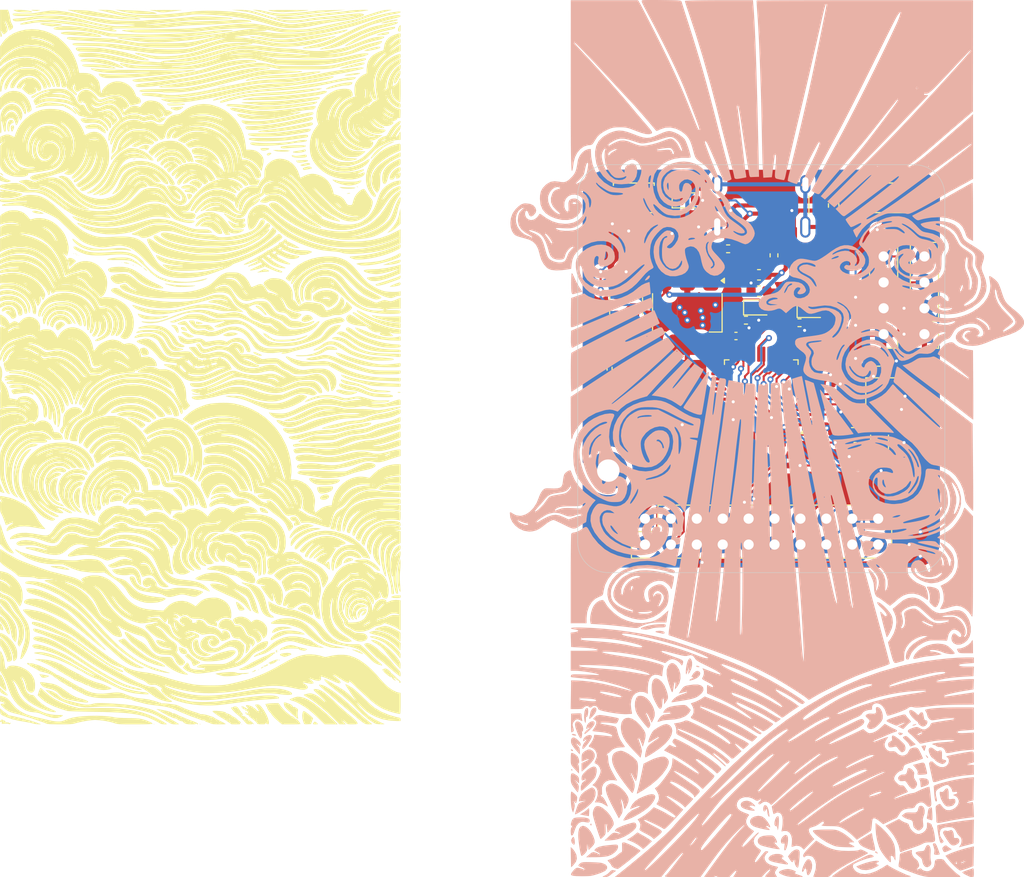
<source format=kicad_pcb>
(kicad_pcb (version 20241229) (generator "pcbnew") (generator_version "9.0")
  (layers (0 "F.Cu" signal) (2 "B.Cu" signal) (13 "F.Paste" user) (15 "B.Paste" user) (5 "F.SilkS" user "F.Silkscreen") (7 "B.SilkS" user "B.Silkscreen") (1 "F.Mask" user) (3 "B.Mask" user) (25 "Edge.Cuts" user))
  (net 0 "")
  (net 1 "/SCL")
  (net 2 "/SDA")
  (net 3 "+3V3")
  (net 4 "GND")
  (net 5 "/OSC_IN")
  (net 6 "/OSC_OUT")
  (net 7 "/PC14")
  (net 8 "/PC15")
  (net 9 "Net-(U1-NRST)")
  (net 10 "+5V")
  (net 11 "Net-(D1-A)")
  (net 12 "Net-(D1-K)")
  (net 13 "Net-(J1-SHIELD)")
  (net 14 "/DU+")
  (net 15 "Net-(J1-CC1)")
  (net 16 "Net-(J1-CC2)")
  (net 17 "/DU-")
  (net 18 "Net-(U1-BOOT0)")
  (net 19 "/D-")
  (net 20 "/D+")
  (net 22 "/A7")
  (net 24 "/A3")
  (net 25 "/B3")
  (net 26 "/B6")
  (net 27 "/B7")
  (net 29 "/B8")
  (net 30 "/A1")
  (net 31 "/A4")
  (net 32 "/A5")
  (net 34 "/B4")
  (net 35 "/A2")
  (net 36 "/B1")
  (net 37 "/B9")
  (net 38 "/B5")
  (net 39 "/A6")
  (net 40 "/B2")
  (net 41 "/Di-")
  (net 42 "/Di+")
  (net 43 "Net-(C4-Pad2)")
  (net 44 "Net-(D2-K)")
  (net 45 "Net-(D3-K)")
  (footprint "Package_QFP:LQFP-48_7x7mm_P0.5mm" (layer "F.Cu") (at 215 122.75 180)
    (property "Reference" "U1" (hide yes))
    (property "Value" "STM32F103C8Tx")
  )
  (footprint "MountingHole:MountingHole_2.2mm_M2_DIN965_Pad_TopBottom" (layer "F.Cu") (at 200 130)
    (property "Reference" "REF**" (hide yes))
    (property "Value" "MountingHole_2.2mm_M2_DIN965_Pad_TopBottom")
  )
  (footprint "Resistor_SMD:R_0402_1005Metric" (layer "F.Cu") (at 211.75 108.25)
    (property "Reference" "R9" (hide yes))
    (property "Value" "5.1k")
  )
  (footprint "LOGO" (layer "F.Cu") (at 160 119.846359)
    (property "Reference" "G***")
    (property "Value" "LOGO" (hide yes))
  )
  (footprint "Package_TO_SOT_SMD:SOT-23-6_Handsoldering" (layer "F.Cu") (at 201.75 113.75 -90)
    (property "Reference" "U3" (hide yes))
    (property "Value" "SRV05-4")
  )
  (footprint "Capacitor_SMD:C_0603_1608Metric" (layer "F.Cu") (at 214.775 112.4 180)
    (property "Reference" "C13" (hide yes))
    (property "Value" "22uF")
  )
  (footprint "Resistor_SMD:R_0402_1005Metric" (layer "F.Cu") (at 202.49 105.6)
    (property "Reference" "R1" (hide yes))
    (property "Value" "10K")
  )
  (footprint "Resistor_SMD:R_0402_1005Metric" (layer "F.Cu") (at 213.5 115.25)
    (property "Reference" "R11" (hide yes))
    (property "Value" "330")
  )
  (footprint "TS-1088-AR02016:SW_TS-1088-AR02016" (layer "F.Cu") (at 202.5 103.25 180)
    (property "Reference" "SW1" (hide yes))
    (property "Value" "BOOTSEL")
  )
  (footprint "Connector_USB:USB_C_Receptacle_GCT_USB4105-xx-A_16P_TopMnt_Horizontal" (layer "F.Cu") (at 215 103 180)
    (property "Reference" "J1" (hide yes))
    (property "Value" "USB_C_Receptacle_USB2.0_14P")
  )
  (footprint "Resistor_SMD:R_0402_1005Metric" (layer "F.Cu") (at 218.75 115.5)
    (property "Reference" "R4" (hide yes))
    (property "Value" "330")
  )
  (footprint "Capacitor_SMD:C_0402_1005Metric" (layer "F.Cu") (at 224 124.25 180)
    (property "Reference" "C1" (hide yes))
    (property "Value" "20pF")
  )
  (footprint "Resistor_SMD:R_0402_1005Metric" (layer "F.Cu") (at 200.75 120.009999 -90)
    (property "Reference" "R6" (hide yes))
    (property "Value" "20R")
  )
  (footprint "Resistor_SMD:R_0402_1005Metric" (layer "F.Cu") (at 202.75 120.009999 90)
    (property "Reference" "R5" (hide yes))
    (property "Value" "20R")
  )
  (footprint "Capacitor_SMD:C_0402_1005Metric" (layer "F.Cu") (at 220.75 126 -90)
    (property "Reference" "C9" (hide yes))
    (property "Value" "100nF")
  )
  (footprint "Capacitor_SMD:C_0603_1608Metric" (layer "F.Cu") (at 226.5 119.25 180)
    (property "Reference" "C5" (hide yes))
    (property "Value" "100nF")
  )
  (footprint "Capacitor_SMD:C_0402_1005Metric" (layer "F.Cu") (at 221.52 121.5)
    (property "Reference" "C6" (hide yes))
    (property "Value" "100nF")
  )
  (footprint "Capacitor_SMD:C_0402_1005Metric" (layer "F.Cu") (at 212.52 116.8)
    (property "Reference" "C8" (hide yes))
    (property "Value" "100nF")
  )
  (footprint "LED_SMD:LED_0603_1608Metric" (layer "F.Cu") (at 207.75 103.5)
    (property "Reference" "D2" (hide yes))
    (property "Value" "LED")
  )
  (footprint "LED_SMD:LED_0603_1608Metric" (layer "F.Cu") (at 220 114.25)
    (property "Reference" "D1" (hide yes))
    (property "Value" "LED")
  )
  (footprint "Capacitor_SMD:C_0402_1005Metric" (layer "F.Cu") (at 229.1 121.6 -90)
    (property "Reference" "C2" (hide yes))
    (property "Value" "20pF")
  )
  (footprint "Connector_PinHeader_2.54mm:PinHeader_1x04_P2.54mm_Vertical" (layer "F.Cu") (at 227 116.62 180)
    (property "Reference" "J2" (hide yes))
    (property "Value" "MLX90614")
  )
  (footprint "Crystal:Crystal_SMD_3225-4Pin_3.2x2.5mm" (layer "F.Cu") (at 226.9 122.9 -90)
    (property "Reference" "Y1" (hide yes))
    (property "Value" "8Mhz")
  )
  (footprint "TS-1088-AR02016:SW_TS-1088-AR02016" (layer "F.Cu") (at 227.5 103.25)
    (property "Reference" "SW2" (hide yes))
    (property "Value" "RST")
  )
  (footprint "Connector_PinHeader_2.54mm:PinHeader_1x04_P2.54mm_Vertical" (layer "F.Cu") (at 231 116.62 180)
    (property "Reference" "J3" (hide yes))
    (property "Value" "OLED")
  )
  (footprint "Resistor_SMD:R_0402_1005Metric" (layer "F.Cu") (at 224 125.4 180)
    (property "Reference" "R3" (hide yes))
    (property "Value" "0")
  )
  (footprint "Capacitor_SMD:C_0402_1005Metric" (layer "F.Cu") (at 208.75 125.5 180)
    (property "Reference" "C7" (hide yes))
    (property "Value" "100nF")
  )
  (footprint "Capacitor_SMD:C_0603_1608Metric" (layer "F.Cu") (at 214.775 110.8 180)
    (property "Reference" "C12" (hide yes))
    (property "Value" "22uF")
  )
  (footprint "Inductor_SMD:L_0603_1608Metric_Pad1.05x0.95mm_HandSolder" (layer "F.Cu") (at 222.1 104 90)
    (property "Reference" "FB1" (hide yes))
    (property "Value" "FerriteBead_Small")
  )
  (footprint "Capacitor_SMD:C_0402_1005Metric" (layer "F.Cu") (at 222.27 120)
    (property "Reference" "C10" (hide yes))
    (property "Value" "100nF")
  )
  (footprint "Capacitor_SMD:C_0402_1005Metric" (layer "F.Cu") (at 224.2 127.6 180)
    (property "Reference" "C3" (hide yes))
    (property "Value" "20pF")
  )
  (footprint "Package_TO_SOT_SMD:SOT-223-3_TabPin2" (layer "F.Cu") (at 207.75 114.5 -90)
    (property "Reference" "U2" (hide yes))
    (property "Value" "AMS1117-3.3")
  )
  (footprint "Resistor_SMD:R_0402_1005Metric" (layer "F.Cu") (at 216.25 108.89 90)
    (property "Reference" "R8" (hide yes))
    (property "Value" "5.1K")
  )
  (footprint "Capacitor_SMD:C_0402_1005Metric" (layer "F.Cu") (at 229 126 90)
    (property "Reference" "C4" (hide yes))
    (property "Value" "20pF")
  )
  (footprint "Resistor_SMD:R_0402_1005Metric" (layer "F.Cu") (at 206.25 105.5 -90)
    (property "Reference" "R10" (hide yes))
    (property "Value" "330")
  )
  (footprint "Resistor_SMD:R_0402_1005Metric" (layer "F.Cu") (at 199.5 120 -90)
    (property "Reference" "R7" (hide yes))
    (property "Value" "1.5K")
  )
  (footprint "Crystal:Crystal_SMD_3215-2Pin_3.2x1.5mm" (layer "F.Cu") (at 226.6 127.2 90)
    (property "Reference" "Y3" (hide yes))
    (property "Value" "Crystal")
  )
  (footprint "Connector_PinSocket_2.54mm:PinSocket_2x10_P2.54mm_Vertical" (layer "F.Cu") (at 203.6 134.71 90)
    (property "Reference" "J5" (hide yes))
    (property "Value" "Conn_02x10_Counter_Clockwise" (hide yes))
  )
  (footprint "Capacitor_SMD:C_0402_1005Metric" (layer "F.Cu") (at 217.75 129.02 -90)
    (property "Reference" "C11" (hide yes))
    (property "Value" "1uF")
  )
  (footprint "LED_SMD:LED_0603_1608Metric" (layer "F.Cu") (at 214.75 114)
    (property "Reference" "D3" (hide yes))
    (property "Value" "LED")
  )
  (footprint "LOGO" (layer "B.Cu") (at 216 127 180)
    (property "Reference" "G***" (hide yes))
    (property "Value" "LOGO" (hide yes))
  )
  (gr_line (start 233 137) (end 233 103) (stroke (width 0.05)) (layer "Edge.Cuts"))
  (gr_arc (start 233 137) (mid 232.12132 139.12132) (end 230 140) (stroke (width 0.05)) (layer "Edge.Cuts"))
  (gr_arc (start 200 140) (mid 197.87868 139.12132) (end 197 137) (stroke (width 0.05)) (layer "Edge.Cuts"))
  (gr_line (start 230 100) (end 200 100) (stroke (width 0.05)) (layer "Edge.Cuts"))
  (gr_line (start 197 103) (end 197 137) (stroke (width 0.05)) (layer "Edge.Cuts"))
  (gr_arc (start 197 103) (mid 197.87868 100.87868) (end 200 100) (stroke (width 0.05)) (layer "Edge.Cuts"))
  (gr_arc (start 230 100) (mid 232.12132 100.87868) (end 233 103) (stroke (width 0.05)) (layer "Edge.Cuts"))
  (gr_line (start 200 140) (end 230 140) (stroke (width 0.05)) (layer "Edge.Cuts"))
  (segment (start 213.750001 118.5875) (end 213.750001 120.392415) (width 0.2) (layer "F.Cu") (net 1))
  (segment (start 220.026176 111.54) (end 227 111.54) (width 0.2) (layer "F.Cu") (net 1))
  (segment (start 213.750001 120.392415) (end 213.4 120.742416) (width 0.2) (layer "F.Cu") (net 1))
  (segment (start 213.4 120.742416) (end 213.4 121.25) (width 0.2) (layer "F.Cu") (net 1))
  (segment (start 213.750001 117.816175) (end 220.026176 111.54) (width 0.2) (layer "F.Cu") (net 1))
  (segment (start 213.750001 118.5875) (end 213.750001 117.816175) (width 0.2) (layer "F.Cu") (net 1))
  (segment (start 231 111.54) (end 227 111.54) (width 0.2) (layer "F.Cu") (net 1))
  (via (at 213.4 121.25) (size 0.6) (drill 0.3) (layers "F.Cu" "B.Cu") (net 1))
  (segment (start 214.849 124.681673) (end 214.849 126.0503) (width 0.2) (layer "B.Cu") (net 1))
  (segment (start 213.4 123.232673) (end 214.849 124.681673) (width 0.2) (layer "B.Cu") (net 1))
  (segment (start 217.401 128.6023) (end 217.401 131.069) (width 0.2) (layer "B.Cu") (net 1))
  (segment (start 213.4 121.25) (end 213.4 123.232673) (width 0.2) (layer "B.Cu") (net 1))
  (segment (start 217.401 131.069) (end 213.76 134.71) (width 0.2) (layer "B.Cu") (net 1))
  (segment (start 214.849 126.0503) (end 217.401 128.6023) (width 0.2) (layer "B.Cu") (net 1))
  (segment (start 213.25 119.765615) (end 213.012715 120.0029) (width 0.2) (layer "F.Cu") (net 2))
  (segment (start 213.25 117.749076) (end 219.999076 111) (width 0.2) (layer "F.Cu") (net 2))
  (segment (start 226.25 109) (end 227 109) (width 0.2) (layer "F.Cu") (net 2))
  (segment (start 213.25 118.5875) (end 213.25 117.749076) (width 0.2) (layer "F.Cu") (net 2))
  (segment (start 219.999076 111) (end 224.25 111) (width 0.2) (layer "F.Cu") (net 2))
  (segment (start 224.25 111) (end 226.25 109) (width 0.2) (layer "F.Cu") (net 2))
  (segment (start 214.257815 132.757815) (end 215 133.5) (width 0.2) (layer "F.Cu") (net 2))
  (segment (start 227 109) (end 231 109) (width 0.2) (layer "F.Cu") (net 2))
  (segment (start 215 135.95) (end 216.3 137.25) (width 0.2) (layer "F.Cu") (net 2))
  (segment (start 213.25 118.5875) (end 213.25 119.765615) (width 0.2) (layer "F.Cu") (net 2))
  (segment (start 215 133.5) (end 215 135.95) (width 0.2) (layer "F.Cu") (net 2))
  (via (at 214.257815 132.757815) (size 0.6) (drill 0.3) (layers "F.Cu" "B.Cu") (net 2))
  (via (at 213.012715 120.0029) (size 0.6) (drill 0.3) (layers "F.Cu" "B.Cu") (net 2))
  (segment (start 212.999 121.999) (end 212.999 123.398773) (width 0.2) (layer "B.Cu") (net 2))
  (segment (start 214.257815 131.992185) (end 214.257815 132.757815) (width 0.2) (layer "B.Cu") (net 2))
  (segment (start 213.012715 120.0029) (end 213.012715 120.487285) (width 0.2) (layer "B.Cu") (net 2))
  (segment (start 217 128.7684) (end 217 129.25) (width 0.2) (layer "B.Cu") (net 2))
  (segment (start 212.999 123.398773) (end 214.425114 124.824887) (width 0.2) (layer "B.Cu") (net 2))
  (segment (start 212.799 121.799) (end 212.999 121.999) (width 0.2) (layer "B.Cu") (net 2))
  (segment (start 217 129.25) (end 214.257815 131.992185) (width 0.2) (layer "B.Cu") (net 2))
  (segment (start 214.425114 124.824887) (end 214.425114 126.193514) (width 0.2) (layer "B.Cu") (net 2))
  (segment (start 213.012715 120.487285) (end 212.799 120.701) (width 0.2) (layer "B.Cu") (net 2))
  (segment (start 212.799 120.701) (end 212.799 121.799) (width 0.2) (layer "B.Cu") (net 2))
  (segment (start 214.425114 126.193514) (end 217 128.7684) (width 0.2) (layer "B.Cu") (net 2))
  (segment (start 230.6 135.6) (end 226.75 131.75) (width 0.6) (layer "F.Cu") (net 3))
  (segment (start 207.5 114.5) (end 207 114) (width 0.6) (layer "F.Cu") (net 3))
  (segment (start 221.674943 125.825) (end 221.749943 125.75) (width 0.2) (layer "F.Cu") (net 3))
  (segment (start 207.75 117.65) (end 207.75 115.25) (width 0.6) (layer "F.Cu") (net 3))
  (segment (start 220.75 125.52) (end 219.1825 125.52) (width 0.2) (layer "F.Cu") (net 3))
  (segment (start 221.749943 125.75) (end 221.9158 125.75) (width 0.2) (layer "F.Cu") (net 3))
  (segment (start 221.425 125.825) (end 221.12 125.52) (width 0.2) (layer "F.Cu") (net 3))
  (segment (start 231 116.62) (end 229 116.62) (width 0.2) (layer "F.Cu") (net 3))
  (segment (start 209.25 114.75) (end 209.25 115) (width 0.6) (layer "F.Cu") (net 3))
  (segment (start 221.04 121.5) (end 221.79 120.75) (width 0.2) (layer "F.Cu") (net 3))
  (segment (start 211.026 113.224) (end 210.5 113.75) (width 0.2) (layer "F.Cu") (net 3))
  (segment (start 218.8375 128) (end 217.75 126.9125) (width 0.2) (layer "F.Cu") (net 3))
  (segment (start 226.75 131.75) (end 219.26 131.75) (width 0.6) (layer "F.Cu") (net 3))
  (segment (start 209.25 115) (end 209.25 115.25) (width 0.6) (layer "F.Cu") (net 3))
  (segment (start 221.9158 125.75) (end 223 126.8342) (width 0.2) (layer "F.Cu") (net 3))
  (segment (start 215.5375 114) (end 215.5375 112.4125) (width 0.2) (layer "F.Cu") (net 3))
  (segment (start 214.7615 113.224) (end 211.026 113.224) (width 0.2) (layer "F.Cu") (net 3))
  (segment (start 219.26 131.75) (end 216.3 134.71) (width 0.6) (layer "F.Cu") (net 3))
  (segment (start 207.75 113) (end 209.075 114.325) (width 0.6) (layer "F.Cu") (net 3))
  (segment (start 219.1825 125.52) (end 219.1625 125.5) (width 0.2) (layer "F.Cu") (net 3))
  (segment (start 222.46 128.54) (end 223 128) (width 0.2) (layer "F.Cu") (net 3))
  (segment (start 209.25 114.5) (end 209.25 114.75) (width 0.6) (layer "F.Cu") (net 3))
  (segment (start 221.12 125.52) (end 220.75 125.52) (width 0.2) (layer "F.Cu") (net 3))
  (segment (start 223 126.8342) (end 223 128) (width 0.2) (layer "F.Cu") (net 3))
  (segment (start 223 128) (end 218.8375 128) (width 0.2) (layer "F.Cu") (net 3))
  (segment (start 212.25 118.5875) (end 212.25 117.01) (width 0.2) (layer "F.Cu") (net 3))
  (segment (start 230.6 136) (end 230.6 135.6) (width 0.6) (layer "F.Cu") (net 3))
  (segment (start 217.75 128.54) (end 222.46 128.54) (width 0.2) (layer "F.Cu") (net 3))
  (segment (start 215.5375 114) (end 214.7615 113.224) (width 0.2) (layer "F.Cu") (net 3))
  (segment (start 207.75 114.75) (end 207.5 114.5) (width 0.6) (layer "F.Cu") (net 3))
  (segment (start 207.75 115.25) (end 207.75 114.75) (width 0.6) (layer "F.Cu") (net 3))
  (segment (start 212.25 118.5875) (end 211.1875 118.5875) (width 0.2) (layer "F.Cu") (net 3))
  (segment (start 210.8375 125.5) (end 209.23 125.5) (width 0.2) (layer "F.Cu") (net 3))
  (segment (start 229 116.62) (end 227 116.62) (width 0.2) (layer "F.Cu") (net 3))
  (segment (start 221.425 125.825) (end 221.674943 125.825) (width 0.2) (layer "F.Cu") (net 3))
  (segment (start 209.25 115.25) (end 209.25 115.75) (width 0.6) (layer "F.Cu") (net 3))
  (segment (start 217.75 126.9125) (end 217.75 128.54) (width 0.2) (layer "F.Cu") (net 3))
  (segment (start 215.5375 112.4125) (end 215.55 112.4) (width 0.2) (layer "F.Cu") (net 3))
  (segment (start 221.79 120.6) (end 221.79 120) (width 0.2) (layer "F.Cu") (net 3))
  (segment (start 221.04 121.5) (end 219.1625 121.500001) (width 0.2) (layer "F.Cu") (net 3))
  (segment (start 207.75 111.35) (end 207.75 113) (width 0.6) (layer "F.Cu") (net 3))
  (segment (start 221.79 120.75) (end 221.79 120.6) (width 0.2) (layer "F.Cu") (net 3))
  (segment (start 212.25 117.01) (end 212.04 116.8) (width 0.2) (layer "F.Cu") (net 3))
  (segment (start 209.075 114.325) (end 209.25 114.5) (width 0.6) (layer "F.Cu") (net 3))
  (via (at 207.75 115.25) (size 0.6) (drill 0.3) (layers "F.Cu" "B.Cu") (net 3))
  (via (at 207.5 114.5) (size 0.6) (drill 0.3) (layers "F.Cu" "B.Cu") (net 3))
  (via (at 209.25 115.75) (size 0.6) (drill 0.3) (layers "F.Cu" "B.Cu") (net 3))
  (via (at 209.075 114.325) (size 0.6) (drill 0.3) (layers "F.Cu" "B.Cu") (net 3))
  (via (at 230.6 136) (size 0.6) (drill 0.3) (layers "F.Cu" "B.Cu") (net 3))
  (via (at 221.425 125.825) (size 0.6) (drill 0.3) (layers "F.Cu" "B.Cu") (net 3))
  (via (at 221.79 120.6) (size 0.6) (drill 0.3) (layers "F.Cu" "B.Cu") (net 3))
  (via (at 230.6 138.4) (size 0.6) (drill 0.3) (layers "F.Cu" "B.Cu") (net 3))
  (via (at 229 116.62) (size 0.6) (drill 0.3) (layers "F.Cu" "B.Cu") (net 3))
  (via (at 209.2 139) (size 0.6) (drill 0.3) (layers "F.Cu" "B.Cu") (net 3))
  (via (at 207 114) (size 0.6) (drill 0.3) (layers "F.Cu" "B.Cu") (net 3))
  (via (at 210.5 113.75) (size 0.6) (drill 0.3) (layers "F.Cu" "B.Cu") (net 3))
  (via (at 209.25 115) (size 0.6) (drill 0.3) (layers "F.Cu" "B.Cu") (net 3))
  (segment (start 229.75 139.25) (end 230.6 138.4) (width 0.4) (layer "B.Cu") (net 3))
  (segment (start 209.45 139.25) (end 229.75 139.25) (width 0.4) (layer "B.Cu") (net 3))
  (segment (start 221.79 125.46) (end 221.79 120.6) (width 0.2) (layer "B.Cu") (net 3))
  (segment (start 221.425 125.825) (end 221.79 125.46) (width 0.2) (layer "B.Cu") (net 3))
  (segment (start 209.2 139) (end 209.45 139.25) (width 0.4) (layer "B.Cu") (net 3))
  (segment (start 221.52 127.25) (end 222.25 127.25) (width 0.2) (layer "F.Cu") (net 4))
  (segment (start 229.5 137.75) (end 229.5 137.25) (width 0.6) (layer "F.Cu") (net 4))
  (segment (start 218.8 129.4) (end 218.9 129.5) (width 0.2) (layer "F.Cu") (net 4))
  (segment (start 214.699 139.199) (end 228.051 139.199) (width 0.6) (layer "F.Cu") (net 4))
  (segment (start 222.225 103.25) (end 222.1 103.125) (width 0.4) (layer "F.Cu") (net 4))
  (segment (start 212.232744 119.825) (end 212.431744 119.626) (width 0.2) (layer "F.Cu") (net 4))
  (segment (start 227 114.08) (end 229 114.08) (width 0.2) (layer "F.Cu") (net 4))
  (segment (start 211.8 106.68) (end 211.8 104.7) (width 0.4) (layer "F.Cu") (net 4))
  (segment (start 220.75 126.48) (end 221.52 127.25) (width 0.2) (layer "F.Cu") (net 4))
  (segment (start 225 130) (end 226.75 130) (width 0.6) (layer "F.Cu") (net 4))
  (segment (start 213.75 111.35) (end 214 111.6) (width 0.4) (layer "F.Cu") (net 4))
  (segment (start 222 121.5) (end 222.75 121.5) (width 0.2) (layer "F.Cu") (net 4))
  (segment (start 217.5 104) (end 218 104.5) (width 0.4) (layer "F.Cu") (net 4))
  (segment (start 219.26 115.5) (end 219.26 116.24) (width 0.2) (layer "F.Cu") (net 4))
  (segment (start 212.75 117.05) (end 213 116.8) (width 0.2) (layer "F.Cu") (net 4))
  (segment (start 213.76 138.26) (end 214.699 139.199) (width 0.6) (layer "F.Cu") (net 4))
  (segment (start 208.27 125.5) (end 207.25 125.5) (width 0.2) (layer "F.Cu") (net 4))
  (segment (start 229 114.08) (end 231 114.08) (width 0.2) (layer "F.Cu") (net 4))
  (segment (start 218.7 104.5) (end 220.725 104.5) (width 0.4) (layer "F.Cu") (net 4))
  (segment (start 214 112.4) (end 214 111.6) (width 0.4) (layer "F.Cu") (net 4))
  (segment (start 222.75 129.5) (end 223.625 128.625) (width 0.2) (layer "F.Cu") (net 4))
  (segment (start 223.625 128.625) (end 225 130) (width 0.6) (layer "F.Cu") (net 4))
  (segment (start 211.589 106.891) (end 211.589 107.901) (width 0.4) (layer "F.Cu") (net 4))
  (segment (start 223.52 124.25) (end 223 124.25) (width 0.2) (layer "F.Cu") (net 4))
  (segment (start 218.2 106.68) (end 218.2 105) (width 0.4) (layer "F.Cu") (net 4))
  (segment (start 214.01 115.25) (end 214.75 115.25) (width 0.2) (layer "F.Cu") (net 4))
  (segment (start 212.701 119.407824) (end 212.701 119.356744) (width 0.2) (layer "F.Cu") (net 4))
  (segment (start 227.75 124) (end 228.75 124) (width 0.2) (layer "F.Cu") (net 4))
  (segment (start 201.98 106.48) (end 202 106.5) (width 0.2) (layer "F.Cu") (net 4))
  (segment (start 212.75 118.5875) (end 212.75 117.05) (width 0.2) (layer "F.Cu") (net 4))
  (segment (start 212.482824 119.626) (end 212.701 119.407824) (width 0.2) (layer "F.Cu") (net 4))
  (segment (start 218.9 129.5) (end 222.75 129.5) (width 0.2) (layer "F.Cu") (net 4))
  (segment (start 223.72 128.53) (end 223.625 128.625) (width 0.2) (layer "F.Cu") (net 4))
  (segment (start 229 126.48) (end 229 127.25) (width 0.2) (layer "F.Cu") (net 4))
  (segment (start 219.26 116.24) (end 219.25 116.25) (width 0.2) (layer "F.Cu") (net 4))
  (segment (start 228.051 139.199) (end 229.5 137.75) (width 0.6) (layer "F.Cu") (net 4))
  (segment (start 212.701 119.356744) (end 212.75 119.307744) (width 0.2) (layer "F.Cu") (net 4))
  (segment (start 206.25 106.01) (end 206.25 106.75) (width 0.2) (layer "F.Cu") (net 4))
  (segment (start 213.76 137.25) (end 213.76 138.26) (width 0.6) (layer "F.Cu") (net 4))
  (segment (start 211.8 106.68) (end 211.589 106.891) (width 0.4) (layer "F.Cu") (net 4))
  (segment (start 226.05 121.8) (end 226.05 120.8) (width 0.2) (layer "F.Cu") (net 4))
  (segment (start 218.8 129.5) (end 218.8 129.4) (width 0.2) (layer "F.Cu") (net 4))
  (segment (start 218.141176 125.75) (end 218.871176 126.48) (width 0.2) (layer "F.Cu") (net 4))
  (segment (start 216.25 109.4) (end 215.4 109.4) (width 0.2) (layer "F.Cu") (net 4))
  (segment (start 213.8 116) (end 213 116.8) (width 0.4) (layer "F.Cu") (net 4))
  (segment (start 212 104.5) (end 212.5 104) (width 0.4) (layer "F.Cu") (net 4))
  (segment (start 225.425 103.25) (end 222.225 103.25) (width 0.4) (layer "F.Cu") (net 4))
  (segment (start 219.1625 122) (end 217.75 122) (width 0.2) (layer "F.Cu") (net 4))
  (segment (start 218.871176 126.48) (end 220.75 126.48) (width 0.2) (layer "F.Cu") (net 4))
  (segment (start 217.25 126.9125) (end 217.25 125.75) (width 0.2) (layer "F.Cu") (net 4))
  (segment (start 218.2 104.7) (end 218 104.5) (width 0.4) (layer "F.Cu") (net 4))
  (segment (start 213.45 111.35) (end 213.75 111.35) (width 0.4) (layer "F.Cu") (net 4))
  (segment (start 226.05 120.8) (end 226 120.75) (width 0.2) (layer "F.Cu") (net 4))
  (segment (start 223.72 127.6) (end 223.72 128.53) (width 0.2) (layer "F.Cu") (net 4))
  (segment (start 212.431744 119.626) (end 212.482824 119.626) (width 0.2) (layer "F.Cu") (net 4))
  (segment (start 201.98 105.6) (end 201.98 106.48) (width 0.2) (layer "F.Cu") (net 4))
  (segment (start 223 124.25) (end 222.8 124.25) (width 0.2) (layer "F.Cu") (net 4))
  (segment (start 218.8 129.5) (end 217.75 129.5) (width 0.2) (layer "F.Cu") (net 4))
  (segment (start 210.8375 125) (end 212.25 125) (width 0.2) (layer "F.Cu") (net 4))
  (segment (start 210.05 111.35) (end 213.45 111.35) (width 0.4) (layer "F.Cu") (net 4))
  (segment (start 212.5 104) (end 217.5 104) (width 0.4) (layer "F.Cu") (net 4))
  (segment (start 217.25 125.75) (end 218.141176 125.75) (width 0.2) (layer "F.Cu") (net 4))
  (segment (start 212.75 119.307744) (end 212.75 118.5875) (width 0.2) (layer "F.Cu") (net 4))
  (segment (start 211.8 104.7) (end 212 104.5) (width 0.4) (layer "F.Cu") (net 4))
  (segment (start 218.2 105) (end 218.7 104.5) (width 0.4) (layer "F.Cu") (net 4))
  (segment (start 201.75 112.4) (end 201.75 110.5) (width 0.2) (layer "F.Cu") (net 4))
  (segment (start 215.4 109.4) (end 214 110.8) (width 0.2) (layer "F.Cu") (net 4))
  (segment (start 214 111.6) (end 214 110.8) (width 0.4) (layer "F.Cu") (net 4))
  (segment (start 227.275 119.25) (end 228.25 119.25) (width 0.2) (layer "F.Cu") (net 4))
  (segment (start 222.75 120) (end 222.75 121.5) (width 0.6) (layer "F.Cu") (net 4))
  (segment (start 220.725 104.5) (end 222.1 103.125) (width 0.4) (layer "F.Cu") (net 4))
  (segment (start 229.1 122.08) (end 229.1 122.7) (width 0.2) (layer "F.Cu") (net 4))
  (segment (start 218.2 105) (end 218.2 104.7) (width 0.4) (layer "F.Cu") (net 4))
  (segment (start 222.8 124.25) (end 222.75 124.25) (width 0.2) (layer "F.Cu") (net 4))
  (segment (start 211.589 107.901) (end 211.24 108.25) (width 0.4) (layer "F.Cu") (net 4))
  (segment (start 213.45 111.35) (end 214 110.8) (width 0.4) (layer "F.Cu") (net 4))
  (via (at 214.75 115.25) (size 0.6) (drill 0.3) (layers "F.Cu" "B.Cu") (net 4))
  (via (at 217.25 125.75) (size 0.6) (drill 0.3) (layers "F.Cu" "B.Cu") (net 4))
  (via (at 219.25 116.25) (size 0.6) (drill 0.3) (layers "F.Cu" "B.Cu") (net 4))
  (via (at 212.232744 119.825) (size 0.6) (drill 0.3) (layers "F.Cu" "B.Cu") (net 4))
  (via (at 212.25 125) (size 0.6) (drill 0.3) (layers "F.Cu" "B.Cu") (net 4))
  (via (at 229.1 122.7) (size 0.6) (drill 0.3) (layers "F.Cu" "B.Cu") (net 4))
  (via (at 202 106.5) (size 0.6) (drill 0.3) (layers "F.Cu" "B.Cu") (net 4))
  (via (at 226.75 130) (size 0.6) (drill 0.3) (layers "F.Cu" "B.Cu") (net 4))
  (via (at 222.75 121.5) (size 0.6) (drill 0.3) (layers "F.Cu" "B.Cu") (net 4))
  (via (at 222.25 127.25) (size 0.6) (drill 0.3) (layers "F.Cu" "B.Cu") (net 4))
  (via (at 222.8 124.25) (size 0.6) (drill 0.3) (layers "F.Cu" "B.Cu") (net 4))
  (via (at 226 120.75) (size 0.6) (drill 0.3) (layers "F.Cu" "B.Cu") (net 4))
  (via (at 212 104.5) (size 0.6) (drill 0.3) (layers "F.Cu" "B.Cu") (net 4))
  (via (at 223.625 128.625) (size 0.6) (drill 0.3) (layers "F.Cu" "B.Cu") (net 4))
  (via (at 206.25 106.75) (size 0.6) (drill 0.3) (layers "F.Cu" "B.Cu") (net 4))
  (via (at 213.8 116) (size 0.6) (drill 0.3) (layers "F.Cu" "B.Cu") (net 4))
  (via (at 214 111.6) (size 0.6) (drill 0.3) (layers "F.Cu" "B.Cu") (net 4))
  (via (at 218 104.5) (size 0.6) (drill 0.3) (layers "F.Cu" "B.Cu") (net 4))
  (via (at 201.75 110.5) (size 0.6) (drill 0.3) (layers "F.Cu" "B.Cu") (net 4))
  (via (at 228.25 119.25) (size 0.6) (drill 0.3) (layers "F.Cu" "B.Cu") (net 4))
  (via (at 207.25 125.5) (size 0.6) (drill 0.3) (layers "F.Cu" "B.Cu") (net 4))
  (via (at 217.75 122) (size 0.6) (drill 0.3) (layers "F.Cu" "B.Cu") (net 4))
  (via (at 218.8 129.5) (size 0.6) (drill 0.3) (layers "F.Cu" "B.Cu") (net 4))
  (via (at 229 114.08) (size 0.6) (drill 0.3) (layers "F.Cu" "B.Cu") (net 4))
  (via (at 229.5 137.25) (size 0.6) (drill 0.3) (layers "F.Cu" "B.Cu") (net 4))
  (via (at 228.75 124) (size 0.6) (drill 0.3) (layers "F.Cu" "B.Cu") (net 4))
  (via (at 229 127.25) (size 0.6) (drill 0.3) (layers "F.Cu" "B.Cu") (net 4))
  (segment (start 223.625 128.625) (end 222.25 127.25) (width 0.2) (layer "B.Cu") (net 4))
  (segment (start 228.2 133.8) (end 228.2 131.45) (width 0.6) (layer "B.Cu") (net 4))
  (segment (start 229.5 135.1) (end 228.2 133.8) (width 0.6) (layer "B.Cu") (net 4))
  (segment (start 228.2 131.45) (end 226.75 130) (width 0.6) (layer "B.Cu") (net 4))
  (segment (start 229.5 137.25) (end 229.5 135.1) (width 0.6) (layer "B.Cu") (net 4))
  (segment (start 225.55 123.5) (end 219.1625 123.5) (width 0.2) (layer "F.Cu") (net 5))
  (segment (start 226.05 124) (end 225.55 123.5) (width 0.2) (layer "F.Cu") (net 5))
  (segment (start 224.73 124) (end 224.48 124.25) (width 0.2) (layer "F.Cu") (net 5))
  (segment (start 226.05 124) (end 224.73 124) (width 0.2) (layer "F.Cu") (net 5))
  (segment (start 229.1 121.12) (end 228.43 121.12) (width 0.2) (layer "F.Cu") (net 6))
  (segment (start 227.75 121.8) (end 227.75 122.126) (width 0.2) (layer "F.Cu") (net 6))
  (segment (start 228.43 121.12) (end 227.75 121.8) (width 0.2) (layer "F.Cu") (net 6))
  (segment (start 227.75 122.126) (end 226.876 123) (width 0.2) (layer "F.Cu") (net 6))
  (segment (start 226.876 123) (end 219.1625 123) (width 0.2) (layer "F.Cu") (net 6))
  (segment (start 221.58 124.5) (end 224.68 127.6) (width 0.2) (layer "F.Cu") (net 7))
  (segment (start 221.2 124.5) (end 219.1625 124.5) (width 0.2) (layer "F.Cu") (net 7))
  (segment (start 221.2329 124.5) (end 221.2 124.5) (width 0.2) (layer "F.Cu") (net 7))
  (segment (start 225.75 127.6) (end 224.68 127.6) (width 0.2) (layer "F.Cu") (net 7))
  (segment (start 221.2 124.5) (end 221.58 124.5) (width 0.2) (layer "F.Cu") (net 7))
  (segment (start 226.6 128.45) (end 225.75 127.6) (width 0.2) (layer "F.Cu") (net 7))
  (segment (start 221.700056 123.999999) (end 223.100057 125.4) (width 0.2) (layer "F.Cu") (net 8))
  (segment (start 219.1625 123.999999) (end 221.700056 123.999999) (width 0.2) (layer "F.Cu") (net 8))
  (segment (start 223.100057 125.4) (end 223.49 125.4) (width 0.2) (layer "F.Cu") (net 8))
  (segment (start 223.25 122.5) (end 224.25 121.5) (width 0.2) (layer "F.Cu") (net 9))
  (segment (start 229.5 103.25) (end 229.575 103.25) (width 0.2) (layer "F.Cu") (net 9))
  (segment (start 226.375 106.375) (end 229.5 103.25) (width 0.2) (layer "F.Cu") (net 9))
  (segment (start 224.25 120.5) (end 224.25 119) (width 0.2) (layer "F.Cu") (net 9))
  (segment (start 224.25 121.5) (end 224.25 120.5) (width 0.2) (layer "F.Cu") (net 9))
  (segment (start 225.5 119.25) (end 224.25 120.5) (width 0.2) (layer "F.Cu") (net 9))
  (segment (start 225.725 119.25) (end 225.5 119.25) (width 0.2) (layer "F.Cu") (net 9))
  (segment (start 224.25 115.75) (end 224.25 113) (width 0.2) (layer "F.Cu") (net 9))
  (segment (start 219.1625 122.5) (end 223.25 122.5) (width 0.2) (layer "F.Cu") (net 9))
  (via (at 224.25 119) (size 0.6) (drill 0.3) (layers "F.Cu" "B.Cu") (net 9))
  (via (at 226.375 106.375) (size 0.6) (drill 0.3) (layers "F.Cu" "B.Cu") (net 9))
  (via (at 224.25 115.75) (size 0.6) (drill 0.3) (layers "F.Cu" "B.Cu") (net 9))
  (via (at 224.25 113) (size 0.6) (drill 0.3) (layers "F.Cu" "B.Cu") (net 9))
  (segment (start 226.375 106.375) (end 224.25 108.5) (width 0.2) (layer "B.Cu") (net 9))
  (segment (start 224.25 119) (end 224.25 115.75) (width 0.2) (layer "B.Cu") (net 9))
  (segment (start 224.25 108.5) (end 224.25 113) (width 0.2) (layer "B.Cu") (net 9))
  (segment (start 217.4 106.68) (end 217.4 106.079756) (width 0.4) (layer "F.Cu") (net 10))
  (segment (start 213.879756 104.8) (end 212.6 106.079756) (width 0.4) (layer "F.Cu") (net 10))
  (segment (start 217 110.6) (end 217.4 110.2) (width 0.4) (layer "F.Cu") (net 10))
  (segment (start 204.4 113.7) (end 205.45 112.65) (width 0.2) (layer "F.Cu") (net 10))
  (segment (start 201.75 115.1) (end 201.75 114.15) (width 0.2) (layer "F.Cu") (net 10))
  (segment (start 216.8 110.8) (end 215.55 110.8) (width 0.4) (layer "F.Cu") (net 10))
  (segment (start 217.4 106.079756) (end 216.120244 104.8) (width 0.4) (layer "F.Cu") (net 10))
  (segment (start 201.75 114.15) (end 202.2 113.7) (width 0.2) (layer "F.Cu") (net 10))
  (segment (start 216.120244 104.8) (end 213.879756 104.8) (width 0.4) (layer "F.Cu") (net 10))
  (segment (start 212.6 106.079756) (end 212.6 106.68) (width 0.4) (layer "F.Cu") (net 10))
  (segment (start 206 112.75) (end 205.45 112.2) (width 0.4) (layer "F.Cu") (net 10))
  (segment (start 202.2 113.7) (end 204.4 113.7) (width 0.2) (layer "F.Cu") (net 10))
  (segment (start 205.45 112.2) (end 205.45 111.35) (width 0.4) (layer "F.Cu") (net 10))
  (segment (start 205.45 112.65) (end 205.45 111.35) (width 0.2) (layer "F.Cu") (net 10))
  (segment (start 217 110.6) (end 216.8 110.8) (width 0.4) (layer "F.Cu") (net 10))
  (segment (start 217.4 110.2) (end 217.4 106.68) (width 0.4) (layer "F.Cu") (net 10))
  (segment (start 208.5375 103.5) (end 209.25 103.5) (width 0.2) (layer "F.Cu") (net 10))
  (via (at 209.25 103.5) (size 0.6) (drill 0.3) (layers "F.Cu" "B.Cu") (net 10))
  (via (at 217 110.6) (size 0.6) (drill 0.3) (layers "F.Cu" "B.Cu") (net 10))
  (via (at 213.879756 104.8) (size 0.6) (drill 0.3) (layers "F.Cu" "B.Cu") (net 10))
  (via (at 206 112.75) (size 0.6) (drill 0.3) (layers "F.Cu" "B.Cu") (net 10))
  (segment (start 213.8 104.8) (end 213.879756 104.8) (width 0.2) (layer "B.Cu") (net 10))
  (segment (start 206 112.75) (end 214.85 112.75) (width 0.4) (layer "B.Cu") (net 10))
  (segment (start 214.85 112.75) (end 217 110.6) (width 0.4) (layer "B.Cu") (net 10))
  (segment (start 212.5 103.5) (end 213.8 104.8) (width 0.2) (layer "B.Cu") (net 10))
  (segment (start 209.25 103.5) (end 212.5 103.5) (width 0.2) (layer "B.Cu") (net 10))
  (segment (start 220.7875 114.25) (end 220.7875 120.4625) (width 0.2) (layer "F.Cu") (net 11))
  (segment (start 220.25 121) (end 219.1625 121) (width 0.2) (layer "F.Cu") (net 11))
  (segment (start 220.7875 120.4625) (end 220.25 121) (width 0.2) (layer "F.Cu") (net 11))
  (segment (start 218.24 115.2225) (end 219.2125 114.25) (width 0.2) (layer "F.Cu") (net 12))
  (segment (start 218.24 115.5) (end 218.24 115.2225) (width 0.2) (layer "F.Cu") (net 12))
  (segment (start 219.32 106.105) (end 220.87 106.105) (width 0.4) (layer "F.Cu") (net 13))
  (segment (start 208.855 106.105) (end 210.68 106.105) (width 0.4) (layer "F.Cu") (net 13))
  (segment (start 220.87 106.105) (end 222.1 104.875) (width 0.4) (layer "F.Cu") (net 13))
  (via (at 208.855 106.105) (size 0.6) (drill 0.3) (layers "F.Cu" "B.Cu") (net 13))
  (segment (start 208.855 106.105) (end 207.75 105) (width 0.4) (layer "B.Cu") (net 13))
  (segment (start 209.075 101.925) (end 210.68 101.925) (width 0.4) (layer "B.Cu") (net 13))
  (segment (start 219.32 101.925) (end 210.68 101.925) (width 0.4) (layer "B.Cu") (net 13))
  (segment (start 219.32 106.105) (end 219.32 101.925) (width 0.4) (layer "B.Cu") (net 13))
  (segment (start 207.75 105) (end 207.75 103.25) (width 0.4) (layer "B.Cu") (net 13))
  (segment (start 207.75 103.25) (end 209.075 101.925) (width 0.4) (layer "B.Cu") (net 13))
  (segment (start 201.149 110.050997) (end 202.024997 109.175) (width 0.2) (layer "F.Cu") (net 14))
  (segment (start 214.25 107.542501) (end 214.25 106.68) (width 0.2) (layer "F.Cu") (net 14))
  (segment (start 214.517176 105.804) (end 214.982824 105.804) (width 0.2) (layer "F.Cu") (net 14))
  (segment (start 200.8 112.4) (end 200.8 111.229999) (width 0.2) (layer "F.Cu") (net 14))
  (segment (start 214.982824 105.804) (end 215.25 106.071176) (width 0.2) (layer "F.Cu") (net 14))
  (segment (start 213.506802 109.175) (end 214.275 108.406802) (width 0.2) (layer "F.Cu") (net 14))
  (segment (start 214.275 107.567501) (end 214.25 107.542501) (width 0.2) (layer "F.Cu") (net 14))
  (segment (start 214.275 108.406802) (end 214.275 107.567501) (width 0.2) (layer "F.Cu") (net 14))
  (segment (start 215.25 106.071176) (end 215.25 106.68) (width 0.2) (layer "F.Cu") (net 14))
  (segment (start 202.024997 109.175) (end 213.506802 109.175) (width 0.2) (layer "F.Cu") (net 14))
  (segment (start 200.8 111.229999) (end 201.149 110.880999) (width 0.2) (layer "F.Cu") (net 14))
  (segment (start 214.25 106.071176) (end 214.517176 105.804) (width 0.2) (layer "F.Cu") (net 14))
  (segment (start 214.25 106.68) (end 214.25 106.071176) (width 0.2) (layer "F.Cu") (net 14))
  (segment (start 201.149 110.880999) (end 201.149 110.050997) (width 0.2) (layer "F.Cu") (net 14))
  (segment (start 216.25 106.68) (end 216.25 108.38) (width 0.2) (layer "F.Cu") (net 15))
  (segment (start 213.25 106.68) (end 213.25 107.26) (width 0.2) (layer "F.Cu") (net 16))
  (segment (start 213.25 107.26) (end 212.26 108.25) (width 0.2) (layer "F.Cu") (net 16))
  (segment (start 214.75 107.542501) (end 214.75 106.68) (width 0.2) (layer "F.Cu") (net 17))
  (segment (start 202.7 112.4) (end 202.7 111.6874) (width 0.2) (layer "F.Cu") (net 17))
  (segment (start 203.976997 109.625) (end 206.578309 109.625) (width 0.2) (layer "F.Cu") (net 17))
  (segment (start 215.75 106.68) (end 215.75 107.288824) (width 0.2) (layer "F.Cu") (net 17))
  (segment (start 206.578309 109.625) (end 213.693198 109.625) (width 0.2) (layer "F.Cu") (net 17))
  (segment (start 215.482824 107.556) (end 215.017176 107.556) (width 0.2) (layer "F.Cu") (net 17))
  (segment (start 202.351 110.880999) (end 202.351 110.050997) (width 0.2) (layer "F.Cu") (net 17))
  (segment (start 214.75 107.288824) (end 214.75 106.68) (width 0.2) (layer "F.Cu") (net 17))
  (segment (start 203.856997 109.625) (end 203.976997 109.625) (width 0.2) (layer "F.Cu") (net 17))
  (segment (start 214.725 107.567501) (end 214.75 107.542501) (width 0.2) (layer "F.Cu") (net 17))
  (segment (start 202.351 110.050997) (end 202.776997 109.625) (width 0.2) (layer "F.Cu") (net 17))
  (segment (start 202.7 111.229999) (end 202.351 110.880999) (width 0.2) (layer "F.Cu") (net 17))
  (segment (start 203.256997 110.152415) (end 203.376997 110.152415) (width 0.2) (layer "F.Cu") (net 17))
  (segment (start 215.017176 107.556) (end 214.75 107.288824) (width 0.2) (layer "F.Cu") (net 17))
  (segment (start 203.616997 109.912415) (end 203.616997 109.865) (width 0.2) (layer "F.Cu") (net 17))
  (segment (start 214.725 108.593198) (end 214.725 107.567501) (width 0.2) (layer "F.Cu") (net 17))
  (segment (start 203.016997 109.865) (end 203.016997 109.912415) (width 0.2) (layer "F.Cu") (net 17))
  (segment (start 202.7 111.6874) (end 202.7 111.229999) (width 0.2) (layer "F.Cu") (net 17))
  (segment (start 215.75 107.288824) (end 215.482824 107.556) (width 0.2) (layer "F.Cu") (net 17))
  (segment (start 213.693198 109.625) (end 214.725 108.593198) (width 0.2) (layer "F.Cu") (net 17))
  (arc (start 202.776997 109.625) (mid 202.946703 109.695294) (end 203.016997 109.865) (width 0.2) (layer "F.Cu") (net 17))
  (arc (start 203.376997 110.152415) (mid 203.546703 110.082121) (end 203.616997 109.912415) (width 0.2) (layer "F.Cu") (net 17))
  (arc (start 203.616997 109.865) (mid 203.687291 109.695294) (end 203.856997 109.625) (width 0.2) (layer "F.Cu") (net 17))
  (arc (start 203.016997 109.912415) (mid 203.087291 110.082121) (end 203.256997 110.152415) (width 0.2) (layer "F.Cu") (net 17))
  (segment (start 215.701 126.701) (end 215.701 126.092176) (width 0.2) (layer "F.Cu") (net 18))
  (segment (start 199.25 112.25) (end 199.25 110.5) (width 0.2) (layer "F.Cu") (net 18))
  (segment (start 213.308824 123.7) (end 212.7 123.7) (width 0.2) (layer "F.Cu") (net 18))
  (segment (start 215.75 126.9125) (end 215.75 126.75) (width 0.2) (layer "F.Cu") (net 18))
  (segment (start 215.75 126.75) (end 215.701 126.701) (width 0.2) (layer "F.Cu") (net 18))
  (segment (start 200.425 105.775) (end 200.4 105.8) (width 0.2) (layer "F.Cu") (net 18))
  (segment (start 200.65 103.25) (end 203 105.6) (width 0.2) (layer "F.Cu") (net 18))
  (segment (start 212.7 123.7) (end 212.25 123.25) (width 0.2) (layer "F.Cu") (net 18))
  (segment (start 215.701 126.092176) (end 213.308824 123.7) (width 0.2) (layer "F.Cu") (net 18))
  (segment (start 200.425 103.25) (end 200.65 103.25) (width 0.2) (layer "F.Cu") (net 18))
  (segment (start 200.425 103.25) (end 200.425 105.775) (width 0.2) (layer "F.Cu") (net 18))
  (via (at 200.4 105.8) (size 0.6) (drill 0.3) (layers "F.Cu" "B.Cu") (net 18))
  (via (at 199.25 110.5) (size 0.6) (drill 0.3) (layers "F.Cu" "B.Cu") (net 18))
  (via (at 212.25 123.25) (size 0.6) (drill 0.3) (layers "F.Cu" "B.Cu") (net 18))
  (via (at 199.25 112.25) (size 0.6) (drill 0.3) (layers "F.Cu" "B.Cu") (net 18))
  (segment (start 200.4 105.8) (end 200.4 109.35) (width 0.2) (layer "B.Cu") (net 18))
  (segment (start 200.4 109.35) (end 199.25 110.5) (width 0.2) (layer "B.Cu") (net 18))
  (segment (start 199.25 113) (end 199.25 112.25) (width 0.2) (layer "B.Cu") (net 18))
  (segment (start 200 113.75) (end 199.25 113) (width 0.2) (layer "B.Cu") (net 18))
  (segment (start 202.75 113.75) (end 200 113.75) (width 0.2) (layer "B.Cu") (net 18))
  (segment (start 212.25 123.25) (end 202.75 113.75) (width 0.2) (layer "B.Cu") (net 18))
  (segment (start 201.975 116.995001) (end 202.7 116.270001) (width 0.2) (layer "F.Cu") (net 19))
  (segment (start 202.75 119.019999) (end 201.975 118.244999) (width 0.2) (layer "F.Cu") (net 19))
  (segment (start 201.975 118.244999) (end 201.975 116.995001) (width 0.2) (layer "F.Cu") (net 19))
  (segment (start 202.75 119.5) (end 202.75 119.019999) (width 0.2) (layer "F.Cu") (net 19))
  (segment (start 202.7 116.270001) (end 202.7 115.1) (width 0.2) (layer "F.Cu") (net 19))
  (segment (start 200.75 119.5) (end 200.75 119.019999) (width 0.2) (layer "F.Cu") (net 20))
  (segment (start 201.525 116.995001) (end 200.8 116.270001) (width 0.2) (layer "F.Cu") (net 20))
  (segment (start 200.75 119.019999) (end 201.525 118.244999) (width 0.2) (layer "F.Cu") (net 20))
  (segment (start 199.5 119.49) (end 200.74 119.49) (width 0.2) (layer "F.Cu") (net 20))
  (segment (start 200.8 116.270001) (end 200.8 115.1) (width 0.2) (layer "F.Cu") (net 20))
  (segment (start 200.74 119.49) (end 200.75 119.5) (width 0.2) (layer "F.Cu") (net 20))
  (segment (start 201.525 118.244999) (end 201.525 116.995001) (width 0.2) (layer "F.Cu") (net 20))
  (segment (start 215.566176 117) (end 214.75 117.816176) (width 0.2) (layer "F.Cu") (net 22))
  (segment (start 215.75 117) (end 215.566176 117) (width 0.2) (layer "F.Cu") (net 22))
  (segment (start 214.75 117.816176) (end 214.75 118.5875) (width 0.2) (layer "F.Cu") (net 22))
  (via (at 215.75 117) (size 0.6) (drill 0.3) (layers "F.Cu" "B.Cu") (net 22))
  (segment (start 221.547 131.1141) (end 217.64345 127.21055) (width 0.2) (layer "B.Cu") (net 22))
  (segment (start 215 117.75) (end 215.75 117) (width 0.2) (layer "B.Cu") (net 22))
  (segment (start 215.25 124.5) (end 214 123.25) (width 0.2) (layer "B.Cu") (net 22))
  (segment (start 215 119.5) (end 215 117.75) (width 0.2) (layer "B.Cu") (net 22))
  (segment (start 215.25 125.8842) (end 215.25 124.5) (width 0.2) (layer "B.Cu") (net 22))
  (segment (start 214 120.5) (end 215 119.5) (width 0.2) (layer "B.Cu") (net 22))
  (segment (start 218.84 134.3429) (end 221.547 131.6359) (width 0.2) (layer "B.Cu") (net 22))
  (segment (start 216.57635 127.21055) (end 215.25 125.8842) (width 0.2) (layer "B.Cu") (net 22))
  (segment (start 221.547 131.6359) (end 221.547 131.1141) (width 0.2) (layer "B.Cu") (net 22))
  (segment (start 217.64345 127.21055) (end 216.57635 127.21055) (width 0.2) (layer "B.Cu") (net 22))
  (segment (start 218.84 134.71) (end 218.84 134.3429) (width 0.2) (layer "B.Cu") (net 22))
  (segment (start 214 123.25) (end 214 120.5) (width 0.2) (layer "B.Cu") (net 22))
  (segment (start 216.75 118.5875) (end 216.75 120.1829) (width 0.2) (layer "F.Cu") (net 24))
  (segment (start 216.75 120.1829) (end 215.9 121.0329) (width 0.2) (layer "F.Cu") (net 24))
  (segment (start 215.9 121.0329) (end 215.9 121.057518) (width 0.2) (layer "F.Cu") (net 24))
  (via (at 215.9 121.057518) (size 0.6) (drill 0.3) (layers "F.Cu" "B.Cu") (net 24))
  (segment (start 223.92 134.71) (end 223.9729 134.71) (width 0.2) (layer "B.Cu") (net 24))
  (segment (start 223.9329 131.0671) (end 219.098 126.2322) (width 0.2) (layer "B.Cu") (net 24))
  (segment (start 225.698 132.8322) (end 223.9329 131.0671) (width 0.2) (layer "B.Cu") (net 24))
  (segment (start 223.9729 134.71) (end 225.698 132.9849) (width 0.2) (layer "B.Cu") (net 24))
  (segment (start 225.698 132.9849) (end 225.698 132.8322) (width 0.2) (layer "B.Cu") (net 24))
  (segment (start 219.098 126.2322) (end 219.098 125.5322) (width 0.2) (layer "B.Cu") (net 24))
  (segment (start 215.9 122.3342) (end 215.9 121.057518) (width 0.2) (layer "B.Cu") (net 24))
  (segment (start 219.098 125.5322) (end 215.9 122.3342) (width 0.2) (layer "B.Cu") (net 24))
  (segment (start 211.22 133.78) (end 211.22 134.71) (width 0.2) (layer "F.Cu") (net 25))
  (segment (start 215.25 129.75) (end 211.22 133.78) (width 0.2) (layer "F.Cu") (net 25))
  (segment (start 215.25 126.9125) (end 215.25 129.75) (width 0.2) (layer "F.Cu") (net 25))
  (segment (start 208.5671 131.4) (end 207.4 132.5671) (width 0.2) (layer "F.Cu") (net 26))
  (segment (start 213.750001 126.9125) (end 213.750001 129.449999) (width 0.2) (layer "F.Cu") (net 26))
  (segment (start 213.750001 129.449999) (end 211.8 131.4) (width 0.2) (layer "F.Cu") (net 26))
  (segment (start 211.8 131.4) (end 208.5671 131.4) (width 0.2) (layer "F.Cu") (net 26))
  (segment (start 207.4 132.5671) (end 207.4 135.99) (width 0.2) (layer "F.Cu") (net 26))
  (segment (start 207.4 135.99) (end 206.14 137.25) (width 0.2) (layer "F.Cu") (net 26))
  (segment (start 206.14 134.71) (end 206.14 133.26) (width 0.2) (layer "F.Cu") (net 27))
  (segment (start 211.6 131) (end 213.25 129.35) (width 0.2) (layer "F.Cu") (net 27))
  (segment (start 213.25 129.35) (end 213.25 126.9125) (width 0.2) (layer "F.Cu") (net 27))
  (segment (start 206.14 133.26) (end 208.4 131) (width 0.2) (layer "F.Cu") (net 27))
  (segment (start 208.4 131) (end 211.6 131) (width 0.2) (layer "F.Cu") (net 27))
  (segment (start 204.8 136.05) (end 204.8 133.6) (width 0.2) (layer "F.Cu") (net 29))
  (segment (start 208 130.4) (end 211.4171 130.4) (width 0.2) (layer "F.Cu") (net 29))
  (segment (start 204.8 133.6) (end 208 130.4) (width 0.2) (layer "F.Cu") (net 29))
  (segment (start 203.6 137.25) (end 204.8 136.05) (width 0.2) (layer "F.Cu") (net 29))
  (segment (start 212.75 129.0671) (end 212.75 126.9125) (width 0.2) (layer "F.Cu") (net 29))
  (segment (start 211.4171 130.4) (end 212.75 129.0671) (width 0.2) (layer "F.Cu") (net 29))
  (segment (start 217.75 120.75) (end 217.2 121.3) (width 0.2) (layer "F.Cu") (net 30))
  (segment (start 217.75 118.5875) (end 217.7 118.6375) (width 0.2) (layer "F.Cu") (net 30))
  (segment (start 217.75 118.5875) (end 217.75 120.75) (width 0.2) (layer "F.Cu") (net 30))
  (via (at 217.2 121.3) (size 0.6) (drill 0.3) (layers "F.Cu" "B.Cu") (net 30))
  (segment (start 226.5 132.5) (end 226.5 134.67) (width 0.2) (layer "B.Cu") (net 30))
  (segment (start 219.9 125.9) (end 226.5 132.5) (width 0.2) (layer "B.Cu") (net 30))
  (segment (start 217.2 121.3) (end 217.149 121.351) (width 0.2) (layer "B.Cu") (net 30))
  (segment (start 219.9 125.2) (end 219.9 125.9) (width 0.2) (layer "B.Cu") (net 30))
  (segment (start 217.149 121.351) (end 217.149 122.449) (width 0.2) (layer "B.Cu") (net 30))
  (segment (start 217.2 121.3) (end 217.1 121.4) (width 0.2) (layer "B.Cu") (net 30))
  (segment (start 217.149 122.449) (end 219.9 125.2) (width 0.2) (layer "B.Cu") (net 30))
  (segment (start 226.5 134.67) (end 226.46 134.71) (width 0.2) (layer "B.Cu") (net 30))
  (segment (start 215.299 120.701) (end 215.238685 120.761315) (width 0.2) (layer "F.Cu") (net 31))
  (segment (start 215.543482 120.456518) (end 215.299 120.701) (width 0.2) (layer "F.Cu") (net 31))
  (segment (start 216.249999 120.000001) (end 215.793482 120.456518) (width 0.2) (layer "F.Cu") (net 31))
  (segment (start 215.238685 120.761315) (end 215.238685 121.507703) (width 0.2) (layer "F.Cu") (net 31))
  (segment (start 216.249999 118.5875) (end 216.249999 120.000001) (width 0.2) (layer "F.Cu") (net 31))
  (segment (start 215.793482 120.456518) (end 215.543482 120.456518) (width 0.2) (layer "F.Cu") (net 31))
  (via (at 215.238685 121.507703) (size 0.6) (drill 0.3) (layers "F.Cu" "B.Cu") (net 31))
  (segment (start 217.851 125.601) (end 222.75 130.5) (width 0.2) (layer "B.Cu") (net 31))
  (segment (start 217.851 124.851) (end 217.851 125.601) (width 0.2) (layer "B.Cu") (net 31))
  (segment (start 222.75 135.88) (end 221.38 137.25) (width 0.2) (layer "B.Cu") (net 31))
  (segment (start 215.238685 121.507703) (end 215.238685 122.238685) (width 0.2) (layer "B.Cu") (net 31))
  (segment (start 215.238685 122.238685) (end 217.851 124.851) (width 0.2) (layer "B.Cu") (net 31))
  (segment (start 222.75 130.5) (end 222.75 135.88) (width 0.2) (layer "B.Cu") (net 31))
  (segment (start 214.638685 120.920774) (end 214.638685 120.794215) (width 0.2) (layer "F.Cu") (net 32))
  (segment (start 215.75 119.9329) (end 215.75 118.5875) (width 0.2) (layer "F.Cu") (net 32))
  (segment (start 215.377382 120.055518) (end 215.627382 120.055518) (width 0.2) (layer "F.Cu") (net 32))
  (segment (start 215.627382 120.055518) (end 215.75 119.9329) (width 0.2) (layer "F.Cu") (net 32))
  (segment (start 214.638685 120.794215) (end 215.377382 120.055518) (width 0.2) (layer "F.Cu") (net 32))
  (via (at 214.638685 120.920774) (size 0.6) (drill 0.3) (layers "F.Cu" "B.Cu") (net 32))
  (segment (start 216.649 124.2161) (end 214.638685 122.205785) (width 0.2) (layer "B.Cu") (net 32))
  (segment (start 222.349 132.349) (end 222.349 130.6661) (width 0.2) (layer "B.Cu") (net 32))
  (segment (start 216.90855 126.40855) (end 216.649 126.149) (width 0.2) (layer "B.Cu") (net 32))
  (segment (start 216.649 126.149) (end 216.649 125.351) (width 0.2) (layer "B.Cu") (net 32))
  (segment (start 222.349 130.6661) (end 218.09145 126.40855) (width 0.2) (layer "B.Cu") (net 32))
  (segment (start 216.649 125.351) (end 216.649 124.2161) (width 0.2) (layer "B.Cu") (net 32))
  (segment (start 221.38 134.71) (end 222.349 133.741) (width 0.2) (layer "B.Cu") (net 32))
  (segment (start 222.349 133.741) (end 222.349 132.349) (width 0.2) (layer "B.Cu") (net 32))
  (segment (start 214.638685 122.205785) (end 214.638685 120.920774) (width 0.2) (layer "B.Cu") (net 32))
  (segment (start 218.09145 126.40855) (end 216.90855 126.40855) (width 0.2) (layer "B.Cu") (net 32))
  (segment (start 214.75 126.9125) (end 214.75 129.6171) (width 0.2) (layer "F.Cu") (net 34))
  (segment (start 212.1671 132.2) (end 210.8 132.2) (width 0.2) (layer "F.Cu") (net 34))
  (segment (start 210 135.93) (end 208.68 137.25) (width 0.2) (layer "F.Cu") (net 34))
  (segment (start 214.75 129.6171) (end 212.1671 132.2) (width 0.2) (layer "F.Cu") (net 34))
  (segment (start 210.8 132.2) (end 210 133) (width 0.2) (layer "F.Cu") (net 34))
  (segment (start 210 133) (end 210 135.93) (width 0.2) (layer "F.Cu") (net 34))
  (segment (start 216.5 121) (end 216.5 121.75) (width 0.2) (layer "F.Cu") (net 35))
  (segment (start 217.25 120.25) (end 216.5 121) (width 0.2) (layer "F.Cu") (net 35))
  (segment (start 217.25 118.5875) (end 217.25 120.25) (width 0.2) (layer "F.Cu") (net 35))
  (via (at 216.5 121.75) (size 0.6) (drill 0.3) (layers "F.Cu" "B.Cu") (net 35))
  (segment (start 219.499 126.0661) (end 226.099 132.6661) (width 0.2) (layer "B.Cu") (net 35))
  (segment (start 216.5 121.75) (end 216.5 122.3671) (width 0.2) (layer "B.Cu") (net 35))
  (segment (start 225.071 136.099) (end 223.92 137.25) (width 0.2) (layer "B.Cu") (net 35))
  (segment (start 219.499 125.3661) (end 219.499 126.0661) (width 0.2) (layer "B.Cu") (net 35))
  (segment (start 216.5 122.3671) (end 219.499 125.3661) (width 0.2) (layer "B.Cu") (net 35))
  (segment (start 226.099 132.6661) (end 226.099 133.151) (width 0.2) (layer "B.Cu") (net 35))
  (segment (start 226.099 133.151) (end 225.071 134.179) (width 0.2) (layer "B.Cu") (net 35))
  (segment (start 225.071 134.179) (end 225.071 136.099) (width 0.2) (layer "B.Cu") (net 35))
  (segment (start 213.83355 132.33355) (end 213.349265 132.817835) (width 0.2) (layer "F.Cu") (net 36))
  (segment (start 216.75 126.9125) (end 216.75 129.4171) (width 0.2) (layer "F.Cu") (net 36))
  (segment (start 213.349265 132.817835) (end 213.349265 133.099265) (width 0.2) (layer "F.Cu") (net 36))
  (segment (start 216.75 129.4171) (end 213.83355 132.33355) (width 0.2) (layer "F.Cu") (net 36))
  (via (at 213.349265 133.099265) (size 0.6) (drill 0.3) (layers "F.Cu" "B.Cu") (net 36))
  (segment (start 212.5 138.5) (end 212.75 138.75) (width 0.2) (layer "B.Cu") (net 36))
  (segment (start 213.349265 133.099265) (end 212.5 133.94853) (width 0.2) (layer "B.Cu") (net 36))
  (segment (start 224.96 138.75) (end 226.46 137.25) (width 0.2) (layer "B.Cu") (net 36))
  (segment (start 212.75 138.75) (end 224.96 138.75) (width 0.2) (layer "B.Cu") (net 36))
  (segment (start 212.5 133.94853) (end 212.5 138.5) (width 0.2) (layer "B.Cu") (net 36))
  (segment (start 203.6 134) (end 203.6 134.71) (width 0.2) (layer "F.Cu") (net 37))
  (segment (start 212.25 126.9125) (end 212.25 128.75) (width 0.2) (layer "F.Cu") (net 37))
  (segment (start 207.8 129.8) (end 203.6 134) (width 0.2) (layer "F.Cu") (net 37))
  (segment (start 212.25 128.75) (end 211.2 129.8) (width 0.2) (layer "F.Cu") (net 37))
  (segment (start 211.2 129.8) (end 207.8 129.8) (width 0.2) (layer "F.Cu") (net 37))
  (segment (start 212 131.8) (end 209 131.8) (width 0.2) (layer "F.Cu") (net 38))
  (segment (start 208.68 134.71) (end 208.68 132.12) (width 0.2) (layer "F.Cu") (net 38))
  (segment (start 214.25 126.9125) (end 214.25 129.55) (width 0.2) (layer "F.Cu") (net 38))
  (segment (start 209 131.8) (end 208.68 132.12) (width 0.2) (layer "F.Cu") (net 38))
  (segment (start 214.25 129.55) (end 212 131.8) (width 0.2) (layer "F.Cu") (net 38))
  (segment (start 214.6158 120.25) (end 215.25 119.6158) (width 0.2) (layer "F.Cu") (net 39))
  (segment (start 216.049 124.751) (end 216.049 124.46463) (width 0.2) (layer "F.Cu") (net 39))
  (segment (start 214 120.709516) (end 214.459516 120.25) (width 0.2) (layer "F.Cu") (net 39))
  (segment (start 215.25 119.6158) (end 215.25 118.5875) (width 0.2) (layer "F.Cu") (net 39))
  (segment (start 214.459516 120.25) (end 214.6158 120.25) (width 0.2) (layer "F.Cu") (net 39))
  (segment (start 216.049 124.46463) (end 214 122.41563) (width 0.2) (layer "F.Cu") (net 39))
  (segment (start 214 122.41563) (end 214 120.709516) (width 0.2) (layer "F.Cu") (net 39))
  (segment (start 216 124.8) (end 216.049 124.751) (width 0.2) (layer "F.Cu") (net 39))
  (via (at 216 124.8) (size 0.6) (drill 0.3) (layers "F.Cu" "B.Cu") (net 39))
  (segment (start 216 126.0671) (end 216.74245 126.80955) (width 0.2) (layer "B.Cu") (net 39))
  (segment (start 216 124.8) (end 216 126.0671) (width 0.2) (layer "B.Cu") (net 39))
  (segment (start 219.991 133.759) (end 219.991 136.099) (width 0.2) (layer "B.Cu") (net 39))
  (segment (start 221.948 130.948) (end 221.948 131.802) (width 0.2) (layer "B.Cu") (net 39))
  (segment (start 217.80955 126.80955) (end 221.948 130.948) (width 0.2) (layer "B.Cu") (net 39))
  (segment (start 216.74245 126.80955) (end 217.80955 126.80955) (width 0.2) (layer "B.Cu") (net 39))
  (segment (start 221.948 131.802) (end 219.991 133.759) (width 0.2) (layer "B.Cu") (net 39))
  (segment (start 219.991 136.099) (end 218.84 137.25) (width 0.2) (layer "B.Cu") (net 39))
  (segment (start 212.4 133.2) (end 212.4 136.07) (width 0.2) (layer "F.Cu") (net 40))
  (segment (start 212.4 136.07) (end 211.22 137.25) (width 0.2) (layer "F.Cu") (net 40))
  (segment (start 216.249999 126.9125) (end 216.249999 129.350001) (width 0.2) (layer "F.Cu") (net 40))
  (segment (start 216.249999 129.350001) (end 212.4 133.2) (width 0.2) (layer "F.Cu") (net 40))
  (segment (start 209.731249 123.5) (end 210.8375 123.5) (width 0.2) (layer "F.Cu") (net 41))
  (segment (start 202.823528 123.00533) (end 203.343198 123.525) (width 0.2) (layer "F.Cu") (net 41))
  (segment (start 201.975 121.774999) (end 201.975 122.156802) (width 0.2) (layer "F.Cu") (net 41))
  (segment (start 203.343198 123.525) (end 206.944333 123.525) (width 0.2) (layer "F.Cu") (net 41))
  (segment (start 202.75 120.999999) (end 202.29038 121.459618) (width 0.2) (layer "F.Cu") (net 41))
  (segment (start 202.314412 122.156803) (end 202.384278 122.086934) (width 0.2) (layer "F.Cu") (net 41))
  (segment (start 202.29038 121.459618) (end 201.975 121.774999) (width 0.2) (layer "F.Cu") (net 41))
  (segment (start 209.706249 123.525) (end 209.731249 123.5) (width 0.2) (layer "F.Cu") (net 41))
  (segment (start 206.944333 123.525) (end 209.706249 123.525) (width 0.2) (layer "F.Cu") (net 41))
  (segment (start 202.75 120.519998) (end 202.75 120.999999) (width 0.2) (layer "F.Cu") (net 41))
  (segment (start 202.808542 122.511198) (end 202.738675 122.581066) (width 0.2) (layer "F.Cu") (net 41))
  (segment (start 210.8375 123.5) (end 210.8125 123.525) (width 0.2) (layer "F.Cu") (net 41))
  (segment (start 202.738675 122.920478) (end 202.823528 123.00533) (width 0.2) (layer "F.Cu") (net 41))
  (segment (start 202.72369 122.086934) (end 202.808542 122.171786) (width 0.2) (layer "F.Cu") (net 41))
  (arc (start 201.975 122.156802) (mid 202.144706 122.227096) (end 202.314412 122.156803) (width 0.2) (layer "F.Cu") (net 41))
  (arc (start 202.384278 122.086934) (mid 202.553985 122.01664) (end 202.72369 122.086934) (width 0.2) (layer "F.Cu") (net 41))
  (arc (start 202.738675 122.581066) (mid 202.668379 122.750771) (end 202.738675 122.920478) (width 0.2) (layer "F.Cu") (net 41))
  (arc (start 202.808542 122.171786) (mid 202.878838 122.341493) (end 202.808542 122.511198) (width 0.2) (layer "F.Cu") (net 41))
  (segment (start 200.75 120.999999) (end 201.525 121.774999) (width 0.2) (layer "F.Cu") (net 42))
  (segment (start 209.706249 123.974999) (end 203.156801 123.974999) (width 0.2) (layer "F.Cu") (net 42))
  (segment (start 201.525 121.774999) (end 201.525 122.343198) (width 0.2) (layer "F.Cu") (net 42))
  (segment (start 200.75 120.519998) (end 200.75 120.999999) (width 0.2) (layer "F.Cu") (net 42))
  (segment (start 201.525 122.343198) (end 203.156801 123.974999) (width 0.2) (layer "F.Cu") (net 42))
  (segment (start 209.731249 123.999999) (end 209.706249 123.974999) (width 0.2) (layer "F.Cu") (net 42))
  (segment (start 210.8375 123.999999) (end 210.812501 123.975) (width 0.2) (layer "F.Cu") (net 42))
  (segment (start 210.8375 123.999999) (end 209.731249 123.999999) (width 0.2) (layer "F.Cu") (net 42))
  (segment (start 228.57 125.95) (end 229 125.52) (width 0.2) (layer "F.Cu") (net 43))
  (segment (start 225.06 125.95) (end 224.51 125.4) (width 0.2) (layer "F.Cu") (net 43))
  (segment (start 226.6 125.95) (end 225.06 125.95) (width 0.2) (layer "F.Cu") (net 43))
  (segment (start 226.6 125.95) (end 228.57 125.95) (width 0.2) (layer "F.Cu") (net 43))
  (segment (start 206.25 104.2125) (end 206.9625 103.5) (width 0.2) (layer "F.Cu") (net 44))
  (segment (start 206.25 104.99) (end 206.25 104.2125) (width 0.2) (layer "F.Cu") (net 44))
  (segment (start 212.99 115.25) (end 212.99 114.9725) (width 0.2) (layer "F.Cu") (net 45))
  (segment (start 212.99 114.9725) (end 213.9625 114) (width 0.2) (layer "F.Cu") (net 45))
  (zone (net 3) (net_name "+3V3") (layer "F.Cu") (priority 1) (connect_pads (clearance 0.5)) (min_thickness 0.25) (fill yes (thermal_gap 0.5) (thermal_bridge_width 0.5))
    (polygon (pts (xy 206.75 109.5) (xy 206.75 115) (xy 204.25 115) (xy 204.5 120) (xy 209.25 120) (xy 211.75 120) (xy 211.75 113.75) (xy 216.75 113.75) (xy 216.75 109.5)))
  )
  (zone (net 3) (net_name "+3V3") (layer "F.Cu") (connect_pads (clearance 0.5)) (min_thickness 0.25) (fill yes (thermal_gap 0.5) (thermal_bridge_width 0.5))
    (polygon (pts (xy 235 100) (xy 197 100) (xy 197 141.5) (xy 235 141.5)))
  )
  (zone (net 4) (net_name "GND") (layer "B.Cu") (connect_pads (clearance 0.5)) (min_thickness 0.25) (fill yes (thermal_gap 0.5) (thermal_bridge_width 0.5))
    (polygon (pts (xy 237 100) (xy 194.5 100) (xy 194.5 141.5) (xy 237 141.5)))
  )
)
</source>
